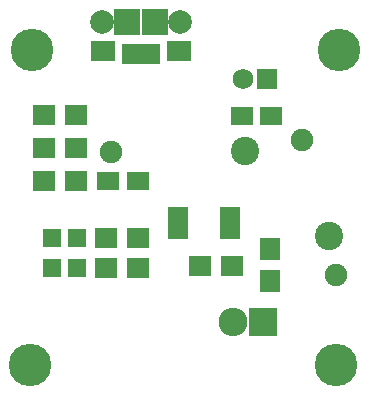
<source format=gts>
G04 #@! TF.FileFunction,Soldermask,Top*
%FSLAX46Y46*%
G04 Gerber Fmt 4.6, Leading zero omitted, Abs format (unit mm)*
G04 Created by KiCad (PCBNEW 4.0.2-stable) date Monday, October 31, 2016 'PMt' 01:42:05 PM*
%MOMM*%
G01*
G04 APERTURE LIST*
%ADD10C,0.100000*%
%ADD11C,3.600000*%
%ADD12R,1.598880X1.598880*%
%ADD13R,1.900000X1.700000*%
%ADD14R,1.700000X1.900000*%
%ADD15R,1.800000X0.700000*%
%ADD16R,2.432000X2.432000*%
%ADD17O,2.432000X2.432000*%
%ADD18R,1.750000X1.750000*%
%ADD19C,1.750000*%
%ADD20C,2.398980*%
%ADD21R,1.900000X1.650000*%
%ADD22C,1.900000*%
%ADD23R,0.800000X1.750000*%
%ADD24R,2.000000X1.800000*%
%ADD25R,2.300000X2.300000*%
%ADD26C,2.000000*%
G04 APERTURE END LIST*
D10*
D11*
X164846000Y-114300000D03*
X138938000Y-114300000D03*
X139065000Y-87630000D03*
D12*
X140809980Y-103505000D03*
X142908020Y-103505000D03*
X140809980Y-106045000D03*
X142908020Y-106045000D03*
D13*
X142828000Y-98679000D03*
X140128000Y-98679000D03*
X142828000Y-95885000D03*
X140128000Y-95885000D03*
X142828000Y-93091000D03*
X140128000Y-93091000D03*
X145335000Y-103505000D03*
X148035000Y-103505000D03*
X145335000Y-106045000D03*
X148035000Y-106045000D03*
D14*
X159258000Y-104441000D03*
X159258000Y-107141000D03*
D13*
X156036000Y-105918000D03*
X153336000Y-105918000D03*
D15*
X151470000Y-101235000D03*
X151470000Y-101735000D03*
X151470000Y-102235000D03*
X151470000Y-102735000D03*
X151470000Y-103235000D03*
X155870000Y-103235000D03*
X155870000Y-102735000D03*
X155870000Y-102235000D03*
X155870000Y-101735000D03*
X155870000Y-101235000D03*
D16*
X158623000Y-110617000D03*
D17*
X156083000Y-110617000D03*
D18*
X158988000Y-90043000D03*
D19*
X156988000Y-90043000D03*
D20*
X157099000Y-96139000D03*
X164283205Y-103323205D03*
D21*
X145562000Y-98679000D03*
X148062000Y-98679000D03*
X159365000Y-93218000D03*
X156865000Y-93218000D03*
D11*
X165100000Y-87630000D03*
D22*
X145796000Y-96266000D03*
X161925000Y-95250000D03*
X164846000Y-106680000D03*
D23*
X148336000Y-87942800D03*
X147686000Y-87942800D03*
X147036000Y-87942800D03*
X148986000Y-87942800D03*
X149636000Y-87942800D03*
D24*
X151536000Y-87717800D03*
X145136000Y-87717800D03*
D25*
X149536000Y-85267800D03*
X147136000Y-85267800D03*
D26*
X151636000Y-85267800D03*
X145036000Y-85267800D03*
M02*

</source>
